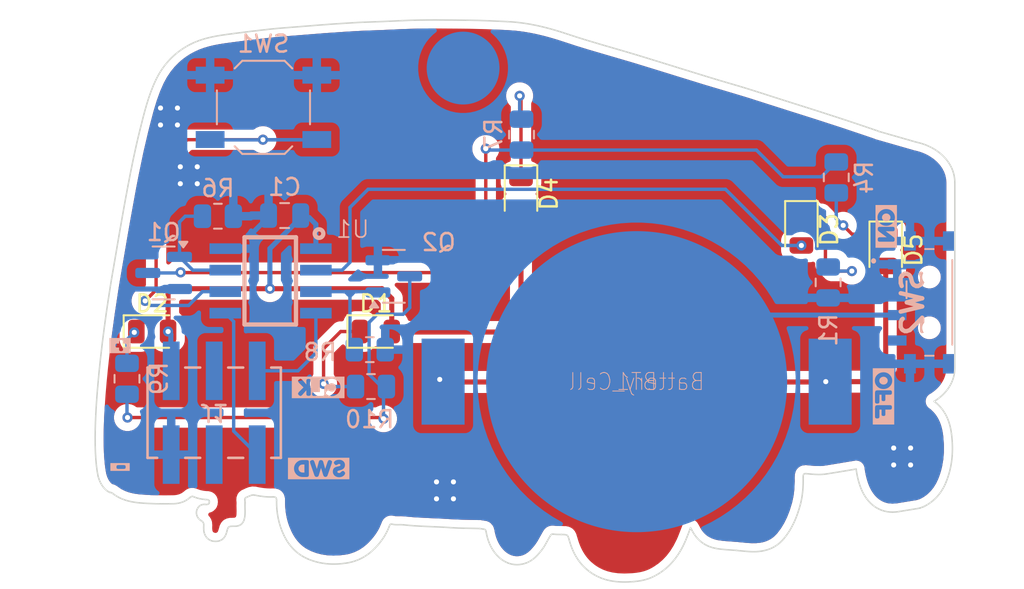
<source format=kicad_pcb>
(kicad_pcb (version 20241229) (generator "pcbnew") (generator_version "9.0")
  (title_block (title "Metro_add_on") (date "2025-06-09") (rev "v1.0") (company "ElectonicCats") (comment 1 "Carlos Adonaí Díaz") (comment 2 "Edgar Capuchino"))
  (layers (0 "F.Cu" signal) (2 "B.Cu" signal) (13 "F.Paste" user) (15 "B.Paste" user) (5 "F.SilkS" user "F.Silkscreen") (7 "B.SilkS" user "B.Silkscreen") (1 "F.Mask" user) (3 "B.Mask" user) (25 "Edge.Cuts" user))
  (net 0 "")
  (net 1 "+3.3V")
  (net 2 "Net-(BT1--)")
  (net 3 "GND")
  (net 4 "Net-(D1-K)")
  (net 5 "/PA3")
  (net 6 "/PA4")
  (net 7 "Net-(D2-K)")
  (net 8 "Net-(D3-K)")
  (net 9 "Net-(Q1-D)")
  (net 10 "Net-(D4-K)")
  (net 11 "/PA1")
  (net 12 "Net-(Q2-D)")
  (net 13 "Net-(D5-K)")
  (net 14 "/SWCLK")
  (net 15 "/SWDIO")
  (net 16 "/NRST")
  (footprint "LED_SMD:LED_0805_2012Metric" (layer "F.Cu") (at 145.21 119.12)
    (property "Reference" "D2" (at 0 -1.65 0) (layer "F.SilkS"))
    (property "Value" "Red")
    (pad "1" smd roundrect (at -0.9375 0) (size 0.975 1.4) (layers "F.Cu" "F.Mask" "F.Paste") (net 7 "Net-(D2-K)"))
    (pad "2" smd roundrect (at 0.9375 0) (size 0.975 1.4) (layers "F.Cu" "F.Mask" "F.Paste") (net 1 "+3.3V"))
  )
  (footprint "LED_SMD:LED_0805_2012Metric" (layer "F.Cu") (at 188.53 114.31 -90)
    (property "Reference" "D5" (at 0 -1.65 90) (layer "F.SilkS"))
    (property "Value" "Yellow")
    (pad "1" smd roundrect (at -0.9375 0 270) (size 0.975 1.4) (layers "F.Cu" "F.Mask" "F.Paste") (net 13 "Net-(D5-K)"))
    (pad "2" smd roundrect (at 0.9375 0 270) (size 0.975 1.4) (layers "F.Cu" "F.Mask" "F.Paste") (net 1 "+3.3V"))
  )
  (footprint "LED_SMD:LED_0805_2012Metric" (layer "F.Cu") (at 166.99 110.99 -90)
    (property "Reference" "D4" (at 0 -1.65 90) (layer "F.SilkS"))
    (property "Value" "Green")
    (pad "1" smd roundrect (at -0.9375 0 270) (size 0.975 1.4) (layers "F.Cu" "F.Mask" "F.Paste") (net 10 "Net-(D4-K)"))
    (pad "2" smd roundrect (at 0.9375 0 270) (size 0.975 1.4) (layers "F.Cu" "F.Mask" "F.Paste") (net 1 "+3.3V"))
  )
  (footprint "LED_SMD:LED_0805_2012Metric" (layer "F.Cu") (at 183.55 113.1 -90)
    (property "Reference" "D3" (at 0 -1.65 90) (layer "F.SilkS"))
    (property "Value" "Blue")
    (pad "1" smd roundrect (at -0.9375 0 270) (size 0.975 1.4) (layers "F.Cu" "F.Mask" "F.Paste") (net 8 "Net-(D3-K)"))
    (pad "2" smd roundrect (at 0.9375 0 270) (size 0.975 1.4) (layers "F.Cu" "F.Mask" "F.Paste") (net 6 "/PA4"))
  )
  (footprint "LED_SMD:LED_0805_2012Metric" (layer "F.Cu") (at 158.42 119.12)
    (property "Reference" "D1" (at 0 -1.65 0) (layer "F.SilkS"))
    (property "Value" "Orange")
    (pad "1" smd roundrect (at -0.9375 0) (size 0.975 1.4) (layers "F.Cu" "F.Mask" "F.Paste") (net 4 "Net-(D1-K)"))
    (pad "2" smd roundrect (at 0.9375 0) (size 0.975 1.4) (layers "F.Cu" "F.Mask" "F.Paste") (net 1 "+3.3V"))
  )
  (footprint "MountingHole:MountingHole_4.3mm_M4" (layer "F.Cu") (at 163.58 103.42)
    (property "Reference" "REF**" (hide yes))
    (property "Value" "MountingHole_4.3mm_M4")
    (pad "1" smd circle (at -0.01 0.14) (size 4.3 4.3) (layers "B.Cu" "B.Mask" "B.Paste"))
  )
  (footprint "Library:BAT-HLD-001" (layer "B.Cu") (at 173.82 122.08 180)
    (property "Reference" "BT1" (at 0 0 0) (layer "B.SilkS") (effects (font (size 1 0.9) (thickness 0.05)) (justify mirror)))
    (property "Value" "Battery_Cell" (at 0 0 0) (layer "B.SilkS") (effects (font (size 1 0.9) (thickness 0.05)) (justify mirror)))
    (pad "1" smd circle (at 0 0 180) (size 17.78 17.78) (layers "B.Cu" "B.Mask" "B.Paste") (net 2 "Net-(BT1--)"))
    (pad "2" smd rect (at -11.43 0 180) (size 2.54 5.08) (layers "B.Cu" "B.Mask" "B.Paste") (net 1 "+3.3V"))
    (pad "2" smd rect (at 11.43 0 180) (size 2.54 5.08) (layers "B.Cu" "B.Mask" "B.Paste") (net 1 "+3.3V"))
  )
  (footprint "Resistor_SMD:R_0805_2012Metric" (layer "B.Cu") (at 167.02 107.49 -90)
    (property "Reference" "R7" (at 0 1.65 90) (layer "B.SilkS") (effects (justify mirror)))
    (property "Value" "180R")
    (pad "1" smd roundrect (at -0.9125 0 270) (size 1.025 1.4) (layers "B.Cu" "B.Mask" "B.Paste") (roundrect_rratio 0.243902) (net 10 "Net-(D4-K)"))
    (pad "2" smd roundrect (at 0.9125 0 270) (size 1.025 1.4) (layers "B.Cu" "B.Mask" "B.Paste") (roundrect_rratio 0.243902) (net 9 "Net-(Q1-D)"))
  )
  (footprint "Library:PY32F002AL15S6TU" (layer "B.Cu") (at 152.2 116.13 180)
    (property "Reference" "U1" (at -4.85 3.048 0) (layer "B.SilkS") (effects (font (thickness 0.1)) (justify mirror)))
    (property "Value" "PY32F002AA15M6TU")
    (pad "1" smd rect (at -2.675 1.905 180) (size 1.865 0.63) (layers "B.Cu" "B.Mask" "B.Paste") (net 1 "+3.3V"))
    (pad "2" smd rect (at -2.675 0.635 180) (size 1.865 0.63) (layers "B.Cu" "B.Mask" "B.Paste") (net 6 "/PA4"))
    (pad "3" smd rect (at -2.675 -0.635 180) (size 1.865 0.63) (layers "B.Cu" "B.Mask" "B.Paste") (net 5 "/PA3"))
    (pad "4" smd rect (at -2.675 -1.905 180) (size 1.865 0.63) (layers "B.Cu" "B.Mask" "B.Paste") (net 14 "/SWCLK"))
    (pad "5" smd rect (at 2.675 -1.905 180) (size 1.865 0.63) (layers "B.Cu" "B.Mask" "B.Paste") (net 15 "/SWDIO"))
    (pad "6" smd rect (at 2.675 -0.635 180) (size 1.865 0.63) (layers "B.Cu" "B.Mask" "B.Paste") (net 16 "/NRST"))
    (pad "7" smd rect (at 2.675 0.635 180) (size 1.865 0.63) (layers "B.Cu" "B.Mask" "B.Paste") (net 11 "/PA1"))
    (pad "8" smd rect (at 2.675 1.905 180) (size 1.865 0.63) (layers "B.Cu" "B.Mask" "B.Paste") (net 3 "GND"))
  )
  (footprint "Resistor_SMD:R_0805_2012Metric" (layer "B.Cu") (at 149.09 112.31 180)
    (property "Reference" "R6" (at 0 1.65 0) (layer "B.SilkS") (effects (justify mirror)))
    (property "Value" "100K")
    (pad "1" smd roundrect (at -0.9125 0 180) (size 1.025 1.4) (layers "B.Cu" "B.Mask" "B.Paste") (roundrect_rratio 0.243902) (net 3 "GND"))
    (pad "2" smd roundrect (at 0.9125 0 180) (size 1.025 1.4) (layers "B.Cu" "B.Mask" "B.Paste") (roundrect_rratio 0.243902) (net 11 "/PA1"))
  )
  (footprint "Button_Switch_SMD:SW_SPST_TL3342" (layer "B.Cu") (at 151.78 105.88 180)
    (property "Reference" "SW1" (at 0 3.75 0) (layer "B.SilkS") (effects (justify mirror)))
    (property "Value" "SW_RST")
    (pad "1" smd rect (at -3.15 1.9 180) (size 1.7 1) (layers "B.Cu" "B.Mask" "B.Paste") (net 3 "GND"))
    (pad "1" smd rect (at 3.15 1.9 180) (size 1.7 1) (layers "B.Cu" "B.Mask" "B.Paste") (net 3 "GND"))
    (pad "2" smd rect (at -3.15 -1.9 180) (size 1.7 1) (layers "B.Cu" "B.Mask" "B.Paste") (net 16 "/NRST"))
    (pad "2" smd rect (at 3.15 -1.9 180) (size 1.7 1) (layers "B.Cu" "B.Mask" "B.Paste") (net 16 "/NRST"))
  )
  (footprint "Resistor_SMD:R_0805_2012Metric" (layer "B.Cu") (at 185.13 116.22 90)
    (property "Reference" "R1" (at -2.81 0.02 90) (layer "B.SilkS") (effects (justify mirror)))
    (property "Value" "180R")
    (pad "1" smd roundrect (at -0.9125 0 90) (size 1.025 1.4) (layers "B.Cu" "B.Mask" "B.Paste") (roundrect_rratio 0.243902) (net 3 "GND"))
    (pad "2" smd roundrect (at 0.9125 0 90) (size 1.025 1.4) (layers "B.Cu" "B.Mask" "B.Paste") (roundrect_rratio 0.243902) (net 8 "Net-(D3-K)"))
  )
  (footprint "kibuzzard-684752FB" (layer "B.Cu") (at 155.01 122.42 180)
    (property "Reference" "kibuzzard-684752FB" (hide yes))
    (property "Value" "G***" (hide yes))
  )
  (footprint "kibuzzard-684756E4" (layer "B.Cu") (at 188.56 112.91 -90)
    (property "Reference" "kibuzzard-684756E4" (hide yes))
    (property "Value" "G***" (hide yes))
  )
  (footprint "Resistor_SMD:R_0805_2012Metric" (layer "B.Cu") (at 158.06 120.19 180)
    (property "Reference" "R8" (at 2.93 -0.15 0) (layer "B.SilkS") (effects (justify mirror)))
    (property "Value" "100K")
    (pad "1" smd roundrect (at -0.9125 0 180) (size 1.025 1.4) (layers "B.Cu" "B.Mask" "B.Paste") (roundrect_rratio 0.243902) (net 3 "GND"))
    (pad "2" smd roundrect (at 0.9125 0 180) (size 1.025 1.4) (layers "B.Cu" "B.Mask" "B.Paste") (roundrect_rratio 0.243902) (net 5 "/PA3"))
  )
  (footprint "Resistor_SMD:R_0805_2012Metric" (layer "B.Cu") (at 143.72 121.91 -90)
    (property "Reference" "R9" (at -0.02 -1.89 90) (layer "B.SilkS") (effects (justify mirror)))
    (property "Value" "180R")
    (pad "1" smd roundrect (at -0.9125 0 270) (size 1.025 1.4) (layers "B.Cu" "B.Mask" "B.Paste") (roundrect_rratio 0.243902) (net 7 "Net-(D2-K)"))
    (pad "2" smd roundrect (at 0.9125 0 270) (size 1.025 1.4) (layers "B.Cu" "B.Mask" "B.Paste") (roundrect_rratio 0.243902) (net 12 "Net-(Q2-D)"))
  )
  (footprint "Resistor_SMD:R_0805_2012Metric" (layer "B.Cu") (at 185.61 110.0175 90)
    (property "Reference" "R4" (at 0 1.65 90) (layer "B.SilkS") (effects (justify mirror)))
    (property "Value" "180R")
    (pad "1" smd roundrect (at -0.9125 0 90) (size 1.025 1.4) (layers "B.Cu" "B.Mask" "B.Paste") (roundrect_rratio 0.243902) (net 13 "Net-(D5-K)"))
    (pad "2" smd roundrect (at 0.9125 0 90) (size 1.025 1.4) (layers "B.Cu" "B.Mask" "B.Paste") (roundrect_rratio 0.243902) (net 9 "Net-(Q1-D)"))
  )
  (footprint "Resistor_SMD:R_0805_2012Metric" (layer "B.Cu") (at 158.13 122.37)
    (property "Reference" "R10" (at -0.08 1.94 0) (layer "B.SilkS") (effects (justify mirror)))
    (property "Value" "180R")
    (pad "1" smd roundrect (at -0.9125 0) (size 1.025 1.4) (layers "B.Cu" "B.Mask" "B.Paste") (roundrect_rratio 0.243902) (net 4 "Net-(D1-K)"))
    (pad "2" smd roundrect (at 0.9125 0) (size 1.025 1.4) (layers "B.Cu" "B.Mask" "B.Paste") (roundrect_rratio 0.243902) (net 12 "Net-(Q2-D)"))
  )
  (footprint "Library:MSK12C02" (layer "B.Cu") (at 191.11 117.4 -90)
    (property "Reference" "SW2" (at 0 1 90) (layer "B.SilkS") (effects (font (size 1.27 1.27) (thickness 0.254)) (justify mirror)))
    (property "Value" "On" (hide yes))
    (pad "" np_thru_hole circle (at -1.5 0 270) (size 0.85 0.85) (drill 0.85) (layers "*.Cu" "*.Mask"))
    (pad "" np_thru_hole circle (at 1.5 0 270) (size 0.85 0.85) (drill 0.85) (layers "*.Cu" "*.Mask"))
    (pad "1" smd rect (at -2.25 1.9 270) (size 0.6 1.1) (layers "B.Cu" "B.Mask" "B.Paste") (net 3 "GND"))
    (pad "2" smd rect (at 0.75 1.9 270) (size 0.6 1.1) (layers "B.Cu" "B.Mask" "B.Paste") (net 2 "Net-(BT1--)"))
    (pad "3" smd rect (at 2.25 1.9 270) (size 0.6 1.1) (layers "B.Cu" "B.Mask" "B.Paste"))
    (pad "4" smd rect (at -3.625 -1.15 180) (size 0.7 1.15) (layers "B.Cu" "B.Mask" "B.Paste") (net 3 "GND"))
    (pad "4" smd rect (at -3.625 1.15 180) (size 0.7 1.15) (layers "B.Cu" "B.Mask" "B.Paste") (net 3 "GND"))
    (pad "4" smd rect (at 3.625 -1.15 180) (size 0.7 1.15) (layers "B.Cu" "B.Mask" "B.Paste") (net 3 "GND"))
    (pad "4" smd rect (at 3.625 1.15 180) (size 0.7 1.15) (layers "B.Cu" "B.Mask" "B.Paste") (net 3 "GND"))
  )
  (footprint "kibuzzard-684756AF" (layer "B.Cu") (at 143.31 119.95 180)
    (property "Reference" "kibuzzard-684756AF" (hide yes))
    (property "Value" "G***" (hide yes))
  )
  (footprint "Package_TO_SOT_SMD:SOT-23" (layer "B.Cu") (at 159.4775 115.86)
    (property "Reference" "Q2" (at 2.6525 -2.01 0) (layer "B.SilkS") (effects (justify mirror)))
    (property "Value" "2N7002")
    (pad "1" smd roundrect (at -0.9375 0.95) (size 1.475 0.6) (layers "B.Cu" "B.Mask" "B.Paste") (net 5 "/PA3"))
    (pad "2" smd roundrect (at -0.9375 -0.95) (size 1.475 0.6) (layers "B.Cu" "B.Mask" "B.Paste") (net 3 "GND"))
    (pad "3" smd roundrect (at 0.9375 0) (size 1.475 0.6) (layers "B.Cu" "B.Mask" "B.Paste") (net 12 "Net-(Q2-D)"))
  )
  (footprint "Library:B-2100N06P-B111_CKM" (layer "B.Cu") (at 151.41 126.39)
    (property "Reference" "J1" (at -2.54 -2.475 180) (layer "B.SilkS") (effects (justify mirror)))
    (property "Value" "Conn_02x03_Odd_Even")
    (pad "1" smd rect (at 0 0) (size 0.9906 3.4544) (layers "B.Cu" "B.Mask" "B.Paste") (net 15 "/SWDIO"))
    (pad "2" smd rect (at 0 -4.949999) (size 0.9906 3.4544) (layers "B.Cu" "B.Mask" "B.Paste") (net 14 "/SWCLK"))
    (pad "3" smd rect (at -2.54 0) (size 0.9906 3.4544) (layers "B.Cu" "B.Mask" "B.Paste"))
    (pad "4" smd rect (at -2.54 -4.949999) (size 0.9906 3.4544) (layers "B.Cu" "B.Mask" "B.Paste"))
    (pad "5" smd rect (at -5.08 0) (size 0.9906 3.4544) (layers "B.Cu" "B.Mask" "B.Paste") (net 3 "GND"))
    (pad "6" smd rect (at -5.08 -4.949999) (size 0.9906 3.4544) (layers "B.Cu" "B.Mask" "B.Paste") (net 1 "+3.3V"))
  )
  (footprint "kibuzzard-684752D8" (layer "B.Cu") (at 155.04 127.21 180)
    (property "Reference" "kibuzzard-684752D8" (hide yes))
    (property "Value" "G***" (hide yes))
  )
  (footprint "kibuzzard-684756F0" (layer "B.Cu") (at 188.4 122.95 -90)
    (property "Reference" "kibuzzard-684756F0" (hide yes))
    (property "Value" "G***" (hide yes))
  )
  (footprint "kibuzzard-684756BD" (layer "B.Cu") (at 143.31 127.12 180)
    (property "Reference" "kibuzzard-684756BD" (hide yes))
    (property "Value" "G***" (hide yes))
  )
  (footprint "Capacitor_SMD:C_0805_2012Metric" (layer "B.Cu") (at 153.03 112.27 180)
    (property "Reference" "C1" (at 0 1.68 0) (layer "B.SilkS") (effects (justify mirror)))
    (property "Value" "0.1uF")
    (pad "1" smd roundrect (at -0.95 0 180) (size 1 1.45) (layers "B.Cu" "B.Mask" "B.Paste") (net 1 "+3.3V"))
    (pad "2" smd roundrect (at 0.95 0 180) (size 1 1.45) (layers "B.Cu" "B.Mask" "B.Paste") (net 3 "GND"))
  )
  (footprint "Package_TO_SOT_SMD:SOT-23" (layer "B.Cu") (at 145.88369 115.66 180)
    (property "Reference" "Q1" (at 0 2.4 0) (layer "B.SilkS") (effects (justify mirror)))
    (property "Value" "2N7002")
    (pad "1" smd roundrect (at -0.9375 0.95 180) (size 1.475 0.6) (layers "B.Cu" "B.Mask" "B.Paste") (net 11 "/PA1"))
    (pad "2" smd roundrect (at -0.9375 -0.95 180) (size 1.475 0.6) (layers "B.Cu" "B.Mask" "B.Paste") (net 3 "GND"))
    (pad "3" smd roundrect (at 0.9375 0 180) (size 1.475 0.6) (layers "B.Cu" "B.Mask" "B.Paste") (net 9 "Net-(Q1-D)"))
  )
  (gr_curve (pts (xy 177.002538 130.714571) (xy 177.034362 130.76614) (xy 177.051739 130.789588) (xy 177.064356 130.815383)) (stroke (width 0.09)) (layer "Edge.Cuts"))
  (gr_curve (pts (xy 149.997705 101.523351) (xy 149.143838 101.634757) (xy 148.28799 101.74599) (xy 147.503391 102.137224)) (stroke (width 0.09)) (layer "Edge.Cuts"))
  (gr_curve (pts (xy 160.041149 130.535405) (xy 160.970442 130.641341) (xy 161.906238 130.635635) (xy 162.837921 130.703181)) (stroke (width 0.09)) (layer "Edge.Cuts"))
  (gr_curve (pts (xy 147.921066 129.5143) (xy 147.736904 129.770012) (xy 147.809144 130.116998) (xy 148.105379 130.294485)) (stroke (width 0.09)) (layer "Edge.Cuts"))
  (gr_curve (pts (xy 148.826696 131.50578) (xy 149.235349 131.557629) (xy 149.502387 131.372132) (xy 149.609378 130.96208)) (stroke (width 0.09)) (layer "Edge.Cuts"))
  (gr_line (start 188.120421 107.299915) (end 188.11084 107.297159) (stroke (width 0.09)) (layer "Edge.Cuts"))
  (gr_curve (pts (xy 152.354107 128.888089) (xy 152.510838 128.881565) (xy 152.557024 128.937419) (xy 152.554655 129.090919)) (stroke (width 0.09)) (layer "Edge.Cuts"))
  (gr_curve (pts (xy 178.512804 131.931896) (xy 178.911014 132.005987) (xy 179.316695 132.011628) (xy 179.719082 132.04778)) (stroke (width 0.09)) (layer "Edge.Cuts"))
  (gr_curve (pts (xy 142.887459 128.691202) (xy 143.346216 129.050009) (xy 143.890003 129.18708) (xy 144.451037 129.238649)) (stroke (width 0.09)) (layer "Edge.Cuts"))
  (gr_curve (pts (xy 192.611577 110.317668) (xy 192.611577 109.193232) (xy 191.679011 108.21799) (xy 190.339687 107.936526)) (stroke (width 0.09)) (layer "Edge.Cuts"))
  (gr_curve (pts (xy 149.609378 130.96208) (xy 149.698176 130.621726) (xy 149.698176 130.621726) (xy 150.050695 130.620541)) (stroke (width 0.09)) (layer "Edge.Cuts"))
  (gr_curve (pts (xy 145.425633 104.261384) (xy 144.974153 105.204414) (xy 144.734827 106.219124) (xy 144.482409 107.225953)) (stroke (width 0.09)) (layer "Edge.Cuts"))
  (gr_curve (pts (xy 190.552422 129.53876) (xy 190.637602 129.51557) (xy 190.721748 129.488698) (xy 190.801438 129.448886)) (stroke (width 0.09)) (layer "Edge.Cuts"))
  (gr_curve (pts (xy 148.251279 130.800935) (xy 148.2603 131.172144) (xy 148.499132 131.464202) (xy 148.826696 131.50578)) (stroke (width 0.09)) (layer "Edge.Cuts"))
  (gr_curve (pts (xy 167.280393 132.796981) (xy 167.70147 132.64727) (xy 167.983192 132.328254) (xy 168.244417 131.984864)) (stroke (width 0.09)) (layer "Edge.Cuts"))
  (gr_curve (pts (xy 162.837921 130.703181) (xy 163.410818 130.744716) (xy 163.987183 130.737825) (xy 164.561911 130.75546)) (stroke (width 0.09)) (layer "Edge.Cuts"))
  (gr_line (start 190.562563 129.548191) (end 190.552422 129.53876) (stroke (width 0.09)) (layer "Edge.Cuts"))
  (gr_line (start 190.339687 107.936526) (end 188.120421 107.299915) (stroke (width 0.09)) (layer "Edge.Cuts"))
  (gr_curve (pts (xy 183.867063 127.515563) (xy 183.939949 127.524348) (xy 184.013135 127.530657) (xy 184.086214 127.537827)) (stroke (width 0.09)) (layer "Edge.Cuts"))
  (gr_curve (pts (xy 159.358353 130.494645) (xy 159.58448 130.557109) (xy 159.814957 130.509609) (xy 160.041149 130.535405)) (stroke (width 0.09)) (layer "Edge.Cuts"))
  (gr_curve (pts (xy 148.353426 129.042709) (xy 148.430445 129.049664) (xy 148.591439 129.020036) (xy 148.585862 129.181482)) (stroke (width 0.09)) (layer "Edge.Cuts"))
  (gr_curve (pts (xy 168.887637 131.085371) (xy 169.046952 131.109142) (xy 169.210809 131.106214) (xy 169.372793 131.107829)) (stroke (width 0.09)) (layer "Edge.Cuts"))
  (gr_curve (pts (xy 168.718289 131.186441) (xy 168.7578 131.123009) (xy 168.78633 131.070256) (xy 168.887637 131.085371)) (stroke (width 0.09)) (layer "Edge.Cuts"))
  (gr_curve (pts (xy 150.692538 129.240458) (xy 150.699773 129.133208) (xy 150.637868 128.973958) (xy 150.74247 128.930765)) (stroke (width 0.09)) (layer "Edge.Cuts"))
  (gr_curve (pts (xy 171.052772 133.311829) (xy 171.831385 133.884554) (xy 172.728445 133.965471) (xy 173.649276 133.888817)) (stroke (width 0.09)) (layer "Edge.Cuts"))
  (gr_curve (pts (xy 164.93185 130.956654) (xy 165.001053 131.358912) (xy 165.13455 131.741145) (xy 165.368236 132.082123)) (stroke (width 0.09)) (layer "Edge.Cuts"))
  (gr_curve (pts (xy 150.74247 128.930765) (xy 150.905897 128.863306) (xy 151.075546 128.74262) (xy 151.25917 128.781829)) (stroke (width 0.09)) (layer "Edge.Cuts"))
  (gr_line (start 188.11084 107.297159) (end 188.11084 107.289558) (stroke (width 0.09)) (layer "Edge.Cuts"))
  (gr_curve (pts (xy 146.463123 129.290412) (xy 146.830327 129.284297) (xy 147.15703 129.171147) (xy 147.434597 128.929258)) (stroke (width 0.09)) (layer "Edge.Cuts"))
  (gr_curve (pts (xy 186.081743 106.605707) (xy 185.010017 106.256525) (xy 183.937731 105.908785) (xy 182.861375 105.574224)) (stroke (width 0.09)) (layer "Edge.Cuts"))
  (gr_curve (pts (xy 153.786621 101.123892) (xy 153.237279 101.167042) (xy 152.687313 101.205649) (xy 152.139543 101.264323)) (stroke (width 0.09)) (layer "Edge.Cuts"))
  (gr_line (start 192.611577 121.269196) (end 192.611577 110.317668) (stroke (width 0.09)) (layer "Edge.Cuts"))
  (gr_curve (pts (xy 183.498804 129.300316) (xy 183.630665 128.79083) (xy 183.665224 128.269415) (xy 183.654996 127.749636)) (stroke (width 0.09)) (layer "Edge.Cuts"))
  (gr_curve (pts (xy 148.324465 129.330784) (xy 148.154708 129.318145) (xy 148.019424 129.377745) (xy 147.921066 129.5143)) (stroke (width 0.09)) (layer "Edge.Cuts"))
  (gr_curve (pts (xy 164.757054 130.787413) (xy 164.872551 130.790406) (xy 164.910899 130.834783) (xy 164.93185 130.956654)) (stroke (width 0.09)) (layer "Edge.Cuts"))
  (gr_curve (pts (xy 159.210364 130.62474) (xy 159.236655 130.554202) (xy 159.263935 130.46857) (xy 159.358353 130.494645)) (stroke (width 0.09)) (layer "Edge.Cuts"))
  (gr_curve (pts (xy 148.252032 130.57933) (xy 148.2454 130.652624) (xy 148.249491 130.72706) (xy 148.251279 130.800935)) (stroke (width 0.09)) (layer "Edge.Cuts"))
  (gr_curve (pts (xy 182.511634 131.355725) (xy 183.010483 130.755116) (xy 183.304522 130.051003) (xy 183.498804 129.300316)) (stroke (width 0.09)) (layer "Edge.Cuts"))
  (gr_curve (pts (xy 147.649507 128.873211) (xy 147.872533 128.975831) (xy 148.108286 129.020575) (xy 148.353426 129.042709)) (stroke (width 0.09)) (layer "Edge.Cuts"))
  (gr_curve (pts (xy 150.117185 130.620434) (xy 150.40259 130.613221) (xy 150.582489 130.466115) (xy 150.652058 130.188548)) (stroke (width 0.09)) (layer "Edge.Cuts"))
  (gr_curve (pts (xy 176.722538 131.435823) (xy 176.819431 131.205433) (xy 176.903858 130.96981) (xy 177.002538 130.714571)) (stroke (width 0.09)) (layer "Edge.Cuts"))
  (gr_curve (pts (xy 143.771621 110.545841) (xy 143.584509 111.526832) (xy 143.412707 112.510794) (xy 143.240516 113.494563)) (stroke (width 0.09)) (layer "Edge.Cuts"))
  (gr_curve (pts (xy 142.816317 115.969239) (xy 142.802473 116.046173) (xy 141.355382 124.482953) (xy 142.00855 127.6454)) (stroke (width 0.09)) (layer "Edge.Cuts"))
  (gr_curve (pts (xy 150.652058 130.188548) (xy 150.730649 129.874894) (xy 150.671221 129.55605) (xy 150.692538 129.240458)) (stroke (width 0.09)) (layer "Edge.Cuts"))
  (gr_curve (pts (xy 148.585862 129.181482) (xy 148.579876 129.354749) (xy 148.442675 129.339612) (xy 148.324465 129.330784)) (stroke (width 0.09)) (layer "Edge.Cuts"))
  (gr_curve (pts (xy 158.353677 131.92774) (xy 158.721764 131.552612) (xy 159.0242 131.124365) (xy 159.210364 130.62474)) (stroke (width 0.09)) (layer "Edge.Cuts"))
  (gr_curve (pts (xy 186.782906 127.242152) (xy 186.823666 127.557356) (xy 186.891663 127.870623) (xy 186.993918 128.179519)) (stroke (width 0.09)) (layer "Edge.Cuts"))
  (gr_curve (pts (xy 192.412946 125.145531) (xy 192.311509 124.368253) (xy 192.020915 123.779529) (xy 191.524499 123.345749)) (stroke (width 0.09)) (layer "Edge.Cuts"))
  (gr_curve (pts (xy 147.434597 128.929258) (xy 147.5007 128.871639) (xy 147.557027 128.830642) (xy 147.649507 128.873211)) (stroke (width 0.09)) (layer "Edge.Cuts"))
  (gr_curve (pts (xy 184.086214 127.537827) (xy 184.402108 127.568833) (xy 184.717851 127.583173) (xy 185.03325 127.531174)) (stroke (width 0.09)) (layer "Edge.Cuts"))
  (gr_curve (pts (xy 143.240516 113.494563) (xy 143.096232 114.318953) (xy 142.964543 115.145582) (xy 142.816317 115.969239)) (stroke (width 0.09)) (layer "Edge.Cuts"))
  (gr_curve (pts (xy 181.21223 132.087097) (xy 181.738533 131.999915) (xy 182.175543 131.760394) (xy 182.511634 131.355725)) (stroke (width 0.09)) (layer "Edge.Cuts"))
  (gr_curve (pts (xy 191.524499 123.345749) (xy 191.480444 123.30725) (xy 191.435163 123.278053) (xy 191.390463 123.244506)) (stroke (width 0.09)) (layer "Edge.Cuts"))
  (gr_curve (pts (xy 183.654996 127.749636) (xy 183.651077 127.550014) (xy 183.682858 127.493385) (xy 183.867063 127.515563)) (stroke (width 0.09)) (layer "Edge.Cuts"))
  (gr_curve (pts (xy 163.94033 100.736448) (xy 162.619609 100.723529) (xy 161.298437 100.696485) (xy 159.976618 100.758583)) (stroke (width 0.09)) (layer "Edge.Cuts"))
  (gr_curve (pts (xy 157.636752 100.855541) (xy 157.305377 100.865532) (xy 156.974906 100.893028) (xy 156.644543 100.911653)) (stroke (width 0.09)) (layer "Edge.Cuts"))
  (gr_curve (pts (xy 179.719082 132.04778) (xy 180.216425 132.092437) (xy 180.709289 132.170425) (xy 181.21223 132.087097)) (stroke (width 0.09)) (layer "Edge.Cuts"))
  (gr_curve (pts (xy 165.368236 132.082123) (xy 165.845941 132.779174) (xy 166.565923 133.050992) (xy 167.280393 132.796981)) (stroke (width 0.09)) (layer "Edge.Cuts"))
  (gr_curve (pts (xy 156.716696 132.788863) (xy 157.353996 132.686092) (xy 157.904049 132.385938) (xy 158.353677 131.92774)) (stroke (width 0.09)) (layer "Edge.Cuts"))
  (gr_curve (pts (xy 173.649276 133.888817) (xy 174.035536 133.856649) (xy 174.42158 133.782601) (xy 174.779332 133.609506)) (stroke (width 0.09)) (layer "Edge.Cuts"))
  (gr_curve (pts (xy 152.554655 129.090919) (xy 152.543652 129.807391) (xy 152.672025 130.493331) (xy 152.984366 131.146694)) (stroke (width 0.09)) (layer "Edge.Cuts"))
  (gr_curve (pts (xy 169.762261 101.562453) (xy 168.596699 101.16954) (xy 167.421254 100.874683) (xy 166.192066 100.817494)) (stroke (width 0.09)) (layer "Edge.Cuts"))
  (gr_curve (pts (xy 188.11084 107.289558) (xy 187.43461 107.061148) (xy 186.760341 106.826796) (xy 186.081743 106.605707)) (stroke (width 0.09)) (layer "Edge.Cuts"))
  (gr_curve (pts (xy 144.482409 107.225953) (xy 144.207189 108.323797) (xy 143.983688 109.434066) (xy 143.771621 110.545841)) (stroke (width 0.09)) (layer "Edge.Cuts"))
  (gr_curve (pts (xy 154.39524 132.548697) (xy 155.135613 132.868466) (xy 155.924368 132.916655) (xy 156.716696 132.788863)) (stroke (width 0.09)) (layer "Edge.Cuts"))
  (gr_curve (pts (xy 182.861375 105.574224) (xy 181.728908 105.222242) (xy 180.607379 104.836263) (xy 179.466449 104.510055)) (stroke (width 0.09)) (layer "Edge.Cuts"))
  (gr_curve (pts (xy 188.935725 129.786419) (xy 189.051028 129.786419) (xy 189.17012 129.776472) (xy 189.289644 129.756878)) (stroke (width 0.09)) (layer "Edge.Cuts"))
  (gr_curve (pts (xy 144.451037 129.238649) (xy 145.119235 129.300079) (xy 145.791588 129.301587) (xy 146.463123 129.290412)) (stroke (width 0.09)) (layer "Edge.Cuts"))
  (gr_curve (pts (xy 156.644543 100.911653) (xy 155.690941 100.965375) (xy 154.738996 101.049091) (xy 153.786621 101.123892)) (stroke (width 0.09)) (layer "Edge.Cuts"))
  (gr_curve (pts (xy 168.244417 131.984864) (xy 168.43338 131.736494) (xy 168.554647 131.449173) (xy 168.718289 131.186441)) (stroke (width 0.09)) (layer "Edge.Cuts"))
  (gr_curve (pts (xy 148.105379 130.294485) (xy 148.229984 130.369114) (xy 148.263659 130.450935) (xy 148.252032 130.57933)) (stroke (width 0.09)) (layer "Edge.Cuts"))
  (gr_curve (pts (xy 173.781417 102.77166) (xy 172.441706 102.368175) (xy 171.087288 102.00911) (xy 169.762261 101.562453)) (stroke (width 0.09)) (layer "Edge.Cuts"))
  (gr_curve (pts (xy 186.993918 128.179519) (xy 187.331947 129.20071) (xy 188.03972 129.786419) (xy 188.935725 129.786419)) (stroke (width 0.09)) (layer "Edge.Cuts"))
  (gr_curve (pts (xy 150.050695 130.620541) (xy 150.072851 130.620477) (xy 150.095051 130.620994) (xy 150.117185 130.620434)) (stroke (width 0.09)) (layer "Edge.Cuts"))
  (gr_curve (pts (xy 191.390463 123.244506) (xy 192.137209 122.796041) (xy 192.611577 122.079138) (xy 192.611577 121.269196)) (stroke (width 0.09)) (layer "Edge.Cuts"))
  (gr_curve (pts (xy 152.984366 131.146694) (xy 153.290248 131.786599) (xy 153.753096 132.271345) (xy 154.39524 132.548697)) (stroke (width 0.09)) (layer "Edge.Cuts"))
  (gr_curve (pts (xy 164.561911 130.75546) (xy 164.627217 130.757462) (xy 164.691769 130.785734) (xy 164.757054 130.787413)) (stroke (width 0.09)) (layer "Edge.Cuts"))
  (gr_curve (pts (xy 192.084068 128.039174) (xy 192.445566 127.166467) (xy 192.553139 126.219949) (xy 192.412946 125.145531)) (stroke (width 0.09)) (layer "Edge.Cuts"))
  (gr_curve (pts (xy 185.03325 127.531174) (xy 185.605523 127.436843) (xy 186.178722 127.347938) (xy 186.749898 127.247492)) (stroke (width 0.09)) (layer "Edge.Cuts"))
  (gr_curve (pts (xy 142.708034 128.623463) (xy 142.779778 128.614721) (xy 142.832294 128.648074) (xy 142.887459 128.691202)) (stroke (width 0.09)) (layer "Edge.Cuts"))
  (gr_line (start 189.289644 129.756878) (end 190.562563 129.548191) (stroke (width 0.09)) (layer "Edge.Cuts"))
  (gr_curve (pts (xy 176.358112 103.566594) (xy 175.498754 103.303131) (xy 174.642067 103.03086) (xy 173.781417 102.77166)) (stroke (width 0.09)) (layer "Edge.Cuts"))
  (gr_curve (pts (xy 147.503391 102.137224) (xy 146.566261 102.604487) (xy 145.875971 103.320787) (xy 145.425633 104.261384)) (stroke (width 0.09)) (layer "Edge.Cuts"))
  (gr_curve (pts (xy 166.192066 100.817494) (xy 165.441767 100.782591) (xy 164.690241 100.743791) (xy 163.94033 100.736448)) (stroke (width 0.09)) (layer "Edge.Cuts"))
  (gr_curve (pts (xy 169.850972 131.47822) (xy 170.058389 132.214609) (xy 170.42654 132.851198) (xy 171.052772 133.311829)) (stroke (width 0.09)) (layer "Edge.Cuts"))
  (gr_curve (pts (xy 152.139543 101.264323) (xy 151.424535 101.340912) (xy 150.710797 101.430312) (xy 149.997705 101.523351)) (stroke (width 0.09)) (layer "Edge.Cuts"))
  (gr_curve (pts (xy 151.25917 128.781829) (xy 151.621616 128.859236) (xy 151.985095 128.903463) (xy 152.354107 128.888089)) (stroke (width 0.09)) (layer "Edge.Cuts"))
  (gr_curve (pts (xy 174.779332 133.609506) (xy 175.726087 133.151438) (xy 176.324307 132.382643) (xy 176.722538 131.435823)) (stroke (width 0.09)) (layer "Edge.Cuts"))
  (gr_curve (pts (xy 177.064356 130.815383) (xy 177.363046 131.426672) (xy 177.841634 131.807032) (xy 178.512804 131.931896)) (stroke (width 0.09)) (layer "Edge.Cuts"))
  (gr_curve (pts (xy 159.976618 100.758583) (xy 159.197208 100.795209) (xy 158.417023 100.832007) (xy 157.636752 100.855541)) (stroke (width 0.09)) (layer "Edge.Cuts"))
  (gr_curve (pts (xy 186.749898 127.247492) (xy 186.759027 127.245877) (xy 186.772549 127.243874) (xy 186.782906 127.242152)) (stroke (width 0.09)) (layer "Edge.Cuts"))
  (gr_curve (pts (xy 190.801438 129.448886) (xy 191.38607 129.156785) (xy 191.817612 128.682481) (xy 192.084068 128.039174)) (stroke (width 0.09)) (layer "Edge.Cuts"))
  (gr_curve (pts (xy 179.466449 104.510055) (xy 178.425513 104.212442) (xy 177.393363 103.883995) (xy 176.358112 103.566594)) (stroke (width 0.09)) (layer "Edge.Cuts"))
  (gr_curve (pts (xy 169.372793 131.107829) (xy 169.754876 131.111661) (xy 169.747835 131.112049) (xy 169.850972 131.47822)) (stroke (width 0.09)) (layer "Edge.Cuts"))
  (gr_curve (pts (xy 142.00855 127.6454) (xy 142.161642 128.2501) (xy 142.501371 128.543106) (xy 142.708034 128.623463)) (stroke (width 0.09)) (layer "Edge.Cuts"))
  (segment (start 166.99 121.75) (end 166.64 122.1) (width 0.3) (layer "F.Cu") (net 1))
  (segment (start 158.78 116.59) (end 152.16 116.59) (width 0.3) (layer "F.Cu") (net 1))
  (segment (start 146.1475 119.12) (end 146.1475 116.8525) (width 0.3) (layer "F.Cu") (net 1))
  (segment (start 166.99 118.24) (end 166.99 118.95) (width 0.3) (layer "F.Cu") (net 1))
  (segment (start 159.3875 119.15) (end 166.79 119.15) (width 0.3) (layer "F.Cu") (net 1))
  (segment (start 159.3575 117.1675) (end 158.78 116.59) (width 0.3) (layer "F.Cu") (net 1))
  (segment (start 184.97 122.1) (end 184.99 122.08) (width 0.3) (layer "F.Cu") (net 1))
  (segment (start 162.19 121.95) (end 162.34 122.1) (width 0.3) (layer "F.Cu") (net 1))
  (segment (start 166.99 118.45) (end 166.99 118.24) (width 0.3) (layer "F.Cu") (net 1))
  (segment (start 159.3575 119.12) (end 159.3575 117.1675) (width 0.3) (layer "F.Cu") (net 1))
  (segment (start 162.34 122.1) (end 166.64 122.1) (width 0.3) (layer "F.Cu") (net 1))
  (segment (start 166.8 119.15) (end 166.99 119.34) (width 0.3) (layer "F.Cu") (net 1))
  (segment (start 166.99 121.77) (end 167.32 122.1) (width 0.3) (layer "F.Cu") (net 1))
  (segment (start 188.53 121.24) (end 188.53 115.2475) (width 0.3) (layer "F.Cu") (net 1))
  (segment (start 184.99 122.08) (end 187.69 122.08) (width 0.3) (layer "F.Cu") (net 1))
  (segment (start 146.41 116.59) (end 152.16 116.59) (width 0.3) (layer "F.Cu") (net 1))
  (segment (start 187.69 122.08) (end 188.53 121.24) (width 0.3) (layer "F.Cu") (net 1))
  (segment (start 166.79 119.15) (end 166.8 119.15) (width 0.3) (layer "F.Cu") (net 1))
  (segment (start 166.79 119.15) (end 166.99 118.95) (width 0.3) (layer "F.Cu") (net 1))
  (segment (start 166.99 118.24) (end 166.99 111.9275) (width 0.3) (layer "F.Cu") (net 1))
  (segment (start 159.3575 119.12) (end 159.3875 119.15) (width 0.3) (layer "F.Cu") (net 1))
  (segment (start 166.99 119.34) (end 166.99 121.75) (width 0.3) (layer "F.Cu") (net 1))
  (segment (start 146.1475 116.8525) (end 146.41 116.59) (width 0.3) (layer "F.Cu") (net 1))
  (segment (start 167.38 122.1) (end 184.97 122.1) (width 0.3) (layer "F.Cu") (net 1))
  (segment (start 166.99 118.95) (end 166.99 119.34) (width 0.3) (layer "F.Cu") (net 1))
  (segment (start 166.64 122.1) (end 167.38 122.1) (width 0.3) (layer "F.Cu") (net 1))
  (segment (start 167.32 122.1) (end 167.38 122.1) (width 0.3) (layer "F.Cu") (net 1))
  (segment (start 166.99 121.75) (end 166.99 121.77) (width 0.3) (layer "F.Cu") (net 1))
  (via (at 184.99 122.08) (size 0.6) (drill 0.3) (layers "F.Cu" "B.Cu") (net 1))
  (via (at 152.16 116.59) (size 0.6) (drill 0.3) (layers "F.Cu" "B.Cu") (net 1))
  (via (at 146.1475 119.12) (size 0.6) (drill 0.3) (layers "F.Cu" "B.Cu") (net 1))
  (via (at 162.19 121.95) (size 0.6) (drill 0.3) (layers "F.Cu" "B.Cu") (net 1))
  (segment (start 152.16 114.219869) (end 153.989873 112.389996) (width 0.3) (layer "B.Cu") (net 1))
  (segment (start 154.039869 112.389996) (end 154.479996 112.389996) (width 0.3) (layer "B.Cu") (net 1))
  (segment (start 162.39 122.08) (end 162.32 122.08) (width 0.3) (layer "B.Cu") (net 1))
  (segment (start 146.1475 119.12) (end 146.309999 119.282499) (width 0.3) (layer "B.Cu") (net 1))
  (segment (start 184.99 122.08) (end 185.25 122.08) (width 0.3) (layer "B.Cu") (net 1))
  (segment (start 146.309999 119.282499) (end 146.309999 121.42) (width 0.3) (layer "B.Cu") (net 1))
  (segment (start 153.989873 112.389996) (end 153.989873 112.279873) (width 0.3) (layer "B.Cu") (net 1))
  (segment (start 162.32 122.08) (end 162.19 121.95) (width 0.3) (layer "B.Cu") (net 1))
  (segment (start 154.479996 112.389996) (end 154.875 112.785) (width 0.3) (layer "B.Cu") (net 1))
  (segment (start 153.98 112.27) (end 153.98 112.330127) (width 0.3) (layer "B.Cu") (net 1))
  (segment (start 153.989873 112.279873) (end 153.98 112.27) (width 0.3) (layer "B.Cu") (net 1))
  (segment (start 146.309999 121.42) (end 146.33 121.440001) (width 0.3) (layer "B.Cu") (net 1))
  (segment (start 154.875 112.785) (end 154.875 114.225) (width 0.3) (layer "B.Cu") (net 1))
  (segment (start 152.16 116.59) (end 152.16 114.219869) (width 0.3) (layer "B.Cu") (net 1))
  (segment (start 153.98 112.330127) (end 154.039869 112.389996) (width 0.3) (layer "B.Cu") (net 1))
  (segment (start 189.21 118.15) (end 177.75 118.15) (width 0.3) (layer "B.Cu") (net 2))
  (segment (start 177.75 118.15) (end 173.82 122.08) (width 0.3) (layer "B.Cu") (net 2))
  (via (at 163 128) (size 0.6) (drill 0.3) (layers "F.Cu" "B.Cu") (net 3))
  (via (at 145.7 106.92) (size 0.6) (drill 0.3) (layers "F.Cu" "B.Cu") (net 3))
  (via (at 189 127) (size 0.6) (drill 0.3) (layers "F.Cu" "B.Cu") (net 3))
  (via (at 147.87 110.39) (size 0.6) (drill 0.3) (layers "F.Cu" "B.Cu") (net 3))
  (via (at 162 129) (size 0.6) (drill 0.3) (layers "F.Cu" "B.Cu") (net 3))
  (via (at 145.7 105.92) (size 0.6) (drill 0.3) (layers "F.Cu" "B.Cu") (net 3))
  (via (at 163 129) (size 0.6) (drill 0.3) (layers "F.Cu" "B.Cu") (net 3))
  (via (at 162 128) (size 0.6) (drill 0.3) (layers "F.Cu" "B.Cu") (net 3))
  (via (at 147.87 109.39) (size 0.6) (drill 0.3) (layers "F.Cu" "B.Cu") (net 3))
  (via (at 146.7 105.92) (size 0.6) (drill 0.3) (layers "F.Cu" "B.Cu") (net 3))
  (via (at 146.7 106.92) (size 0.6) (drill 0.3) (layers "F.Cu" "B.Cu") (net 3))
  (via (at 190 126) (size 0.6) (drill 0.3) (layers "F.Cu" "B.Cu") (net 3))
  (via (at 146.87 110.39) (size 0.6) (drill 0.3) (layers "F.Cu" "B.Cu") (net 3))
  (via (at 189 126) (size 0.6) (drill 0.3) (layers "F.Cu" "B.Cu") (net 3))
  (via (at 190 127) (size 0.6) (drill 0.3) (layers "F.Cu" "B.Cu") (net 3))
  (via (at 146.87 109.39) (size 0.6) (drill 0.3) (layers "F.Cu" "B.Cu") (net 3))
  (segment (start 152.08 112.27) (end 152.08 112.349873) (width 0.3) (layer "B.Cu") (net 3))
  (segment (start 151.09 113.339873) (end 151.09 113.54) (width 0.3) (layer "B.Cu") (net 3))
  (segment (start 146.82119 116.61) (end 143.69 116.61) (width 0.3) (layer "B.Cu") (net 3))
  (segment (start 143.69 116.61) (end 143.65 116.65) (width 0.3) (layer "B.Cu") (net 3))
  (segment (start 152.08 112.349873) (end 151.09 113.339873) (width 0.3) (layer "B.Cu") (net 3))
  (segment (start 155.33 120.13) (end 155.33 122.21) (width 0.2) (layer "F.Cu") (net 4))
  (segment (start 157.4825 119.12) (end 156.34 119.12) (width 0.2) (layer "F.Cu") (net 4))
  (segment (start 156.34 119.12) (end 155.33 120.13) (width 0.2) (layer "F.Cu") (net 4))
  (via (at 155.33 122.21) (size 0.6) (drill 0.3) (layers "F.Cu" "B.Cu") (net 4))
  (segment (start 155.49 122.37) (end 155.33 122.21) (width 0.2) (layer "B.Cu") (net 4))
  (segment (start 157.2175 122.37) (end 155.49 122.37) (width 0.2) (layer "B.Cu") (net 4))
  (segment (start 157.1475 120.19) (end 156.9775 120.19) (width 0.2) (layer "B.Cu") (net 5))
  (segment (start 158.495 116.765) (end 158.54 116.81) (width 0.2) (layer "B.Cu") (net 5))
  (segment (start 157.165 116.765) (end 157.28 116.765) (width 0.2) (layer "B.Cu") (net 5))
  (segment (start 156.7525 116.9075) (end 157.0175 116.9075) (width 0.2) (layer "B.Cu") (net 5))
  (segment (start 156.61 116.765) (end 156.7525 116.9075) (width 0.2) (layer "B.Cu") (net 5))
  (segment (start 156.9775 120.19) (end 156.8875 120.1) (width 0.2) (layer "B.Cu") (net 5))
  (segment (start 156.7525 116.9075) (end 156.8875 117.0425) (width 0.2) (layer "B.Cu") (net 5))
  (segment (start 157.0175 116.9075) (end 157.02 116.91) (width 0.2) (layer "B.Cu") (net 5))
  (segment (start 156.55 116.765) (end 156.61 116.765) (width 0.2) (layer "B.Cu") (net 5))
  (segment (start 157.28 116.765) (end 158.495 116.765) (width 0.2) (layer "B.Cu") (net 5))
  (segment (start 157.02 116.91) (end 157.165 116.765) (width 0.2) (layer "B.Cu") (net 5))
  (segment (start 154.875 116.765) (end 156.55 116.765) (width 0.2) (layer "B.Cu") (net 5))
  (segment (start 156.55 116.765) (end 157.28 116.765) (width 0.2) (layer "B.Cu") (net 5))
  (segment (start 156.8875 117.0425) (end 157.02 116.91) (width 0.2) (layer "B.Cu") (net 5))
  (segment (start 156.8875 120.1) (end 156.8875 117.0425) (width 0.2) (layer "B.Cu") (net 5))
  (via (at 183.55 114.0375) (size 0.6) (drill 0.3) (layers "F.Cu" "B.Cu") (net 6))
  (segment (start 157.96 110.72) (end 179.07 110.72) (width 0.2) (layer "B.Cu") (net 6))
  (segment (start 182.3875 114.0375) (end 183.55 114.0375) (width 0.2) (layer "B.Cu") (net 6))
  (segment (start 156.89 111.79) (end 157.96 110.72) (width 0.2) (layer "B.Cu") (net 6))
  (segment (start 183.54 114.0275) (end 183.55 114.0375) (width 0.2) (layer "B.Cu") (net 6))
  (segment (start 156.89 115.03) (end 156.89 111.79) (width 0.2) (layer "B.Cu") (net 6))
  (segment (start 179.07 110.72) (end 182.3875 114.0375) (width 0.2) (layer "B.Cu") (net 6))
  (segment (start 154.875 115.495) (end 156.425 115.495) (width 0.2) (layer "B.Cu") (net 6))
  (segment (start 156.425 115.495) (end 156.89 115.03) (width 0.2) (layer "B.Cu") (net 6))
  (segment (start 144.15 119.17) (end 144.2225 119.17) (width 0.2) (layer "F.Cu") (net 7))
  (segment (start 144.2225 119.17) (end 144.2725 119.12) (width 0.2) (layer "F.Cu") (net 7))
  (via (at 144.15 119.17) (size 0.6) (drill 0.3) (layers "F.Cu" "B.Cu") (net 7))
  (segment (start 143.72 119.6) (end 144.15 119.17) (width 0.2) (layer "B.Cu") (net 7))
  (segment (start 143.72 120.9975) (end 143.72 119.6) (width 0.2) (layer "B.Cu") (net 7))
  (segment (start 184.97 112.4) (end 184.97 115.16) (width 0.2) (layer "F.Cu") (net 8))
  (segment (start 183.55 112.1625) (end 184.7325 112.1625) (width 0.2) (layer "F.Cu") (net 8))
  (segment (start 185.36 115.55) (end 186.53 115.55) (width 0.2) (layer "F.Cu") (net 8))
  (segment (start 184.97 115.16) (end 185.36 115.55) (width 0.2) (layer "F.Cu") (net 8))
  (segment (start 184.7325 112.1625) (end 184.97 112.4) (width 0.2) (layer "F.Cu") (net 8))
  (via (at 186.53 115.55) (size 0.6) (drill 0.3) (layers "F.Cu" "B.Cu") (net 8))
  (segment (start 186.53 115.55) (end 185.3725 115.55) (width 0.2) (layer "B.Cu") (net 8))
  (segment (start 185.3725 115.55) (end 185.13 115.3075) (width 0.2) (layer "B.Cu") (net 8))
  (segment (start 163.5 115.64) (end 164.91 114.23) (width 0.2) (layer "F.Cu") (net 9))
  (segment (start 146.88633 115.62367) (end 146.90266 115.64) (width 0.2) (layer "F.Cu") (net 9))
  (segment (start 146.90266 115.64) (end 163.5 115.64) (width 0.2) (layer "F.Cu") (net 9))
  (segment (start 164.91 114.23) (end 164.91 108.32) (width 0.2) (layer "F.Cu") (net 9))
  (via (at 146.88633 115.62367) (size 0.6) (drill 0.3) (layers "F.Cu" "B.Cu") (net 9))
  (via (at 164.91 108.32) (size 0.6) (drill 0.3) (layers "F.Cu" "B.Cu") (net 9))
  (segment (start 146.85 115.66) (end 144.94619 115.66) (width 0.2) (layer "B.Cu") (net 9))
  (segment (start 182.471 109.981) (end 180.8925 108.4025) (width 0.2) (layer "B.Cu") (net 9))
  (segment (start 184.734 109.981) (end 182.471 109.981) (width 0.2) (layer "B.Cu") (net 9))
  (segment (start 164.9925 108.4025) (end 167.02 108.4025) (width 0.2) (layer "B.Cu") (net 9))
  (segment (start 180.8925 108.4025) (end 167.02 108.4025) (width 0.2) (layer "B.Cu") (net 9))
  (segment (start 146.88633 115.62367) (end 146.85 115.66) (width 0.2) (layer "B.Cu") (net 9))
  (segment (start 164.91 108.32) (end 164.9925 108.4025) (width 0.2) (layer "B.Cu") (net 9))
  (segment (start 185.61 109.105) (end 184.734 109.981) (width 0.2) (layer "B.Cu") (net 9))
  (segment (start 166.99 110.0525) (end 166.99 105.28) (width 0.2) (layer "F.Cu") (net 10))
  (segment (start 166.99 105.28) (end 166.91 105.2) (width 0.2) (layer "F.Cu") (net 10))
  (via (at 166.91 105.2) (size 0.6) (drill 0.3) (layers "F.Cu" "B.Cu") (net 10))
  (segment (start 166.91 105.2) (end 166.91 106.4675) (width 0.2) (layer "B.Cu") (net 10))
  (segment (start 166.91 106.4675) (end 167.02 106.5775) (width 0.2) (layer "B.Cu") (net 10))
  (segment (start 146.82119 112.64881) (end 147.16 112.31) (width 0.2) (layer "B.Cu") (net 11))
  (segment (start 147.60619 115.495) (end 146.82119 114.71) (width 0.2) (layer "B.Cu") (net 11))
  (segment (start 149.525 115.495) (end 147.60619 115.495) (width 0.2) (layer "B.Cu") (net 11))
  (segment (start 147.16 112.31) (end 148.1775 112.31) (width 0.2) (layer "B.Cu") (net 11))
  (segment (start 146.82119 114.71) (end 146.82119 112.64881) (width 0.2) (layer "B.Cu") (net 11))
  (segment (start 158.8 124.2) (end 158.87 124.27) (width 0.2) (layer "F.Cu") (net 12))
  (segment (start 143.75 124.2) (end 158.8 124.2) (width 0.2) (layer "F.Cu") (net 12))
  (via (at 158.87 124.27) (size 0.6) (drill 0.3) (layers "F.Cu" "B.Cu") (net 12))
  (via (at 143.75 124.2) (size 0.6) (drill 0.3) (layers "F.Cu" "B.Cu") (net 12))
  (segment (start 158.87 122.4975) (end 158.9975 122.37) (width 0.2) (layer "B.Cu") (net 12))
  (segment (start 158.5 118.1) (end 158.02 118.58) (width 0.2) (layer "B.Cu") (net 12))
  (segment (start 143.72 124.17) (end 143.75 124.2) (width 0.2) (layer "B.Cu") (net 12))
  (segment (start 158.7425 122.37) (end 159.0425 122.37) (width 0.2) (layer "B.Cu") (net 12))
  (segment (start 160.42 115.865) (end 160.42 117.71) (width 0.2) (layer "B.Cu") (net 12))
  (segment (start 158.02 121.6475) (end 158.7425 122.37) (width 0.2) (layer "B.Cu") (net 12))
  (segment (start 160.42 117.71) (end 160.03 118.1) (width 0.2) (layer "B.Cu") (net 12))
  (segment (start 158.02 118.58) (end 158.02 121.6475) (width 0.2) (layer "B.Cu") (net 12))
  (segment (start 160.415 115.86) (end 160.42 115.865) (width 0.2) (layer "B.Cu") (net 12))
  (segment (start 158.87 124.27) (end 158.87 122.4975) (width 0.2) (layer "B.Cu") (net 12))
  (segment (start 143.72 122.8225) (end 143.72 124.17) (width 0.2) (layer "B.Cu") (net 12))
  (segment (start 160.03 118.1) (end 158.5 118.1) (width 0.2) (layer "B.Cu") (net 12))
  (segment (start 158.9975 122.37) (end 159.0425 122.37) (width 0.2) (layer "B.Cu") (net 12))
  (segment (start 186.02 112.85) (end 186.5425 113.3725) (width 0.2) (layer "F.Cu") (net 13))
  (segment (start 186.5425 113.3725) (end 188.53 113.3725) (width 0.2) (layer "F.Cu") (net 13))
  (via (at 186.02 112.85) (size 0.6) (drill 0.3) (layers "F.Cu" "B.Cu") (net 13))
  (segment (start 185.61 112.44) (end 186.02 112.85) (width 0.2) (layer "B.Cu") (net 13))
  (segment (start 185.61 110.93) (end 185.61 112.44) (width 0.2) (layer "B.Cu") (net 13))
  (segment (start 154.875 118.035) (end 154.875 120.385) (width 0.2) (layer "B.Cu") (net 14))
  (segment (start 153.819999 121.440001) (end 151.41 121.440001) (width 0.2) (layer "B.Cu") (net 14))
  (segment (start 154.875 120.385) (end 153.819999 121.440001) (width 0.2) (layer "B.Cu") (net 14))
  (segment (start 149.525 118.035) (end 150.02 118.53) (width 0.2) (layer "B.Cu") (net 15))
  (segment (start 150.02 118.53) (end 150.02 125) (width 0.2) (layer "B.Cu") (net 15))
  (segment (start 150.02 125) (end 151.41 126.39) (width 0.2) (layer "B.Cu") (net 15))
  (segment (start 151.75 107.79) (end 147.27 107.79) (width 0.2) (layer "F.Cu") (net 16))
  (segment (start 147.27 107.79) (end 145.44 109.62) (width 0.2) (layer "F.Cu") (net 16))
  (segment (start 145.44 109.62) (end 145.44 116.66) (width 0.2) (layer "F.Cu") (net 16))
  (segment (start 145.44 116.66) (end 144.79 117.31) (width 0.2) (layer "F.Cu") (net 16))
  (via (at 144.79 117.31) (size 0.6) (drill 0.3) (layers "F.Cu" "B.Cu") (net 16))
  (via (at 151.75 107.79) (size 0.6) (drill 0.3) (layers "F.Cu" "B.Cu") (net 16))
  (segment (start 148.65 107.8) (end 153.94 107.8) (width 0.2) (layer "B.Cu") (net 16))
  (segment (start 153.93 107.79) (end 153.94 107.8) (width 0.2) (layer "B.Cu") (net 16))
  (segment (start 147.36 117.58) (end 145.06 117.58) (width 0.2) (layer "B.Cu") (net 16))
  (segment (start 148.175 116.765) (end 147.36 117.58) (width 0.2) (layer "B.Cu") (net 16))
  (segment (start 154.91 107.8) (end 154.93 107.78) (width 0.2) (layer "B.Cu") (net 16))
  (segment (start 149.525 116.765) (end 148.175 116.765) (width 0.2) (layer "B.Cu") (net 16))
  (segment (start 153.94 107.8) (end 154.91 107.8) (width 0.2) (layer "B.Cu") (net 16))
  (segment (start 145.06 117.58) (end 144.79 117.31) (width 0.2) (layer "B.Cu") (net 16))
  (segment (start 151.75 107.79) (end 153.93 107.79) (width 0.2) (layer "B.Cu") (net 16))
  (segment (start 148.63 107.78) (end 148.65 107.8) (width 0.2) (layer "B.Cu") (net 16))
  (zone (net 3) (net_name "GND") (layers "F.Cu" "B.Cu") (connect_pads (clearance 0.5)) (min_thickness 0.25) (fill yes (thermal_gap 0.5) (thermal_bridge_width 0.5))
    (polygon (pts (xy 136.34 99.54) (xy 196.64 99.54) (xy 196.7 99.6) (xy 196.7 132.64) (xy 194.98 134.36) (xy 136.22 134.36) (xy 136.22 99.66)))
  )
)
</source>
